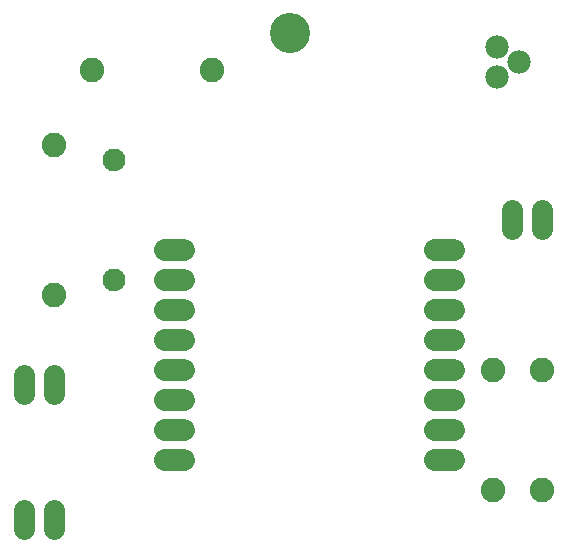
<source format=gbs>
G04 EAGLE Gerber X2 export*
%TF.Part,Single*%
%TF.FileFunction,Other,Bottom Solder Mask*%
%TF.FilePolarity,Positive*%
%TF.GenerationSoftware,Autodesk,EAGLE,9.1.3*%
%TF.CreationDate,2018-09-11T16:53:11Z*%
G75*
%MOMM*%
%FSLAX34Y34*%
%LPD*%
%AMOC8*
5,1,8,0,0,1.08239X$1,22.5*%
G01*
%ADD10C,1.812800*%
%ADD11C,2.082800*%
%ADD12C,1.828800*%
%ADD13C,1.981200*%
%ADD14C,3.403200*%
%ADD15C,1.930400*%


D10*
X25400Y157052D02*
X25400Y173148D01*
X50800Y173148D02*
X50800Y157052D01*
D11*
X50800Y241300D03*
X50800Y368300D03*
D12*
X144272Y101600D02*
X160528Y101600D01*
X160528Y127000D02*
X144272Y127000D01*
X144272Y152400D02*
X160528Y152400D01*
X160528Y177800D02*
X144272Y177800D01*
X144272Y203200D02*
X160528Y203200D01*
X160528Y228600D02*
X144272Y228600D01*
X144272Y254000D02*
X160528Y254000D01*
X160528Y279400D02*
X144272Y279400D01*
X372872Y101600D02*
X389128Y101600D01*
X389128Y127000D02*
X372872Y127000D01*
X372872Y152400D02*
X389128Y152400D01*
X389128Y177800D02*
X372872Y177800D01*
X372872Y203200D02*
X389128Y203200D01*
X389128Y228600D02*
X372872Y228600D01*
X372872Y254000D02*
X389128Y254000D01*
X389128Y279400D02*
X372872Y279400D01*
D10*
X25400Y58848D02*
X25400Y42752D01*
X50800Y42752D02*
X50800Y58848D01*
D13*
X425450Y450850D03*
X444500Y438150D03*
X425450Y425450D03*
D10*
X438150Y312848D02*
X438150Y296752D01*
X463550Y296752D02*
X463550Y312848D01*
D11*
X82550Y431800D03*
X184150Y431800D03*
X463550Y177800D03*
X463550Y76200D03*
D14*
X250000Y462534D03*
D15*
X101600Y254000D03*
X101600Y355600D03*
D11*
X422275Y177800D03*
X422275Y76200D03*
M02*

</source>
